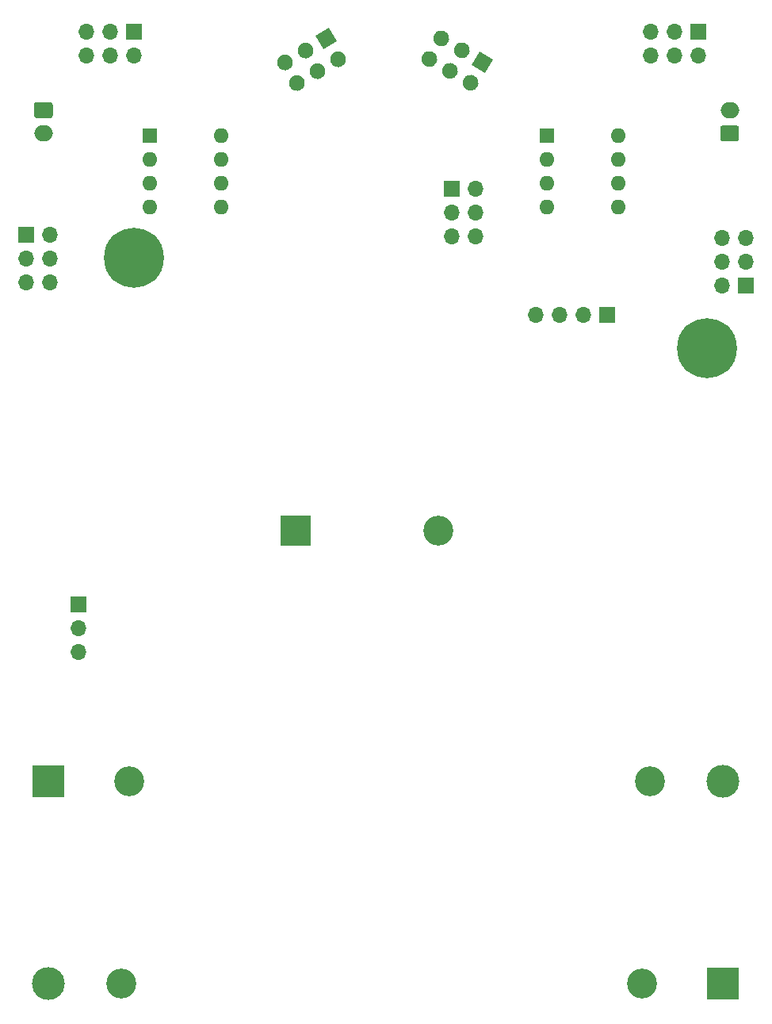
<source format=gbr>
%TF.GenerationSoftware,KiCad,Pcbnew,5.1.9*%
%TF.CreationDate,2021-04-12T10:05:19-03:00*%
%TF.ProjectId,Autito Microcontroladores,41757469-746f-4204-9d69-63726f636f6e,rev?*%
%TF.SameCoordinates,Original*%
%TF.FileFunction,Soldermask,Bot*%
%TF.FilePolarity,Negative*%
%FSLAX46Y46*%
G04 Gerber Fmt 4.6, Leading zero omitted, Abs format (unit mm)*
G04 Created by KiCad (PCBNEW 5.1.9) date 2021-04-12 10:05:19*
%MOMM*%
%LPD*%
G01*
G04 APERTURE LIST*
%ADD10R,3.200000X3.200000*%
%ADD11O,3.200000X3.200000*%
%ADD12O,2.000000X1.700000*%
%ADD13R,1.700000X1.700000*%
%ADD14O,1.700000X1.700000*%
%ADD15C,3.500000*%
%ADD16R,3.500000X3.500000*%
%ADD17C,3.200000*%
%ADD18R,1.600000X1.600000*%
%ADD19O,1.600000X1.600000*%
%ADD20C,6.400000*%
%ADD21C,0.800000*%
%ADD22C,0.100000*%
G04 APERTURE END LIST*
D10*
%TO.C,D4*%
X141147800Y-94990000D03*
D11*
X156387800Y-94990000D03*
%TD*%
%TO.C,J7*%
G36*
G01*
X113473800Y-49289600D02*
X114973800Y-49289600D01*
G75*
G02*
X115223800Y-49539600I0J-250000D01*
G01*
X115223800Y-50739600D01*
G75*
G02*
X114973800Y-50989600I-250000J0D01*
G01*
X113473800Y-50989600D01*
G75*
G02*
X113223800Y-50739600I0J250000D01*
G01*
X113223800Y-49539600D01*
G75*
G02*
X113473800Y-49289600I250000J0D01*
G01*
G37*
D12*
X114223800Y-52639600D03*
%TD*%
%TO.C,J8*%
X187528200Y-50139600D03*
G36*
G01*
X188278200Y-53489600D02*
X186778200Y-53489600D01*
G75*
G02*
X186528200Y-53239600I0J250000D01*
G01*
X186528200Y-52039600D01*
G75*
G02*
X186778200Y-51789600I250000J0D01*
G01*
X188278200Y-51789600D01*
G75*
G02*
X188528200Y-52039600I0J-250000D01*
G01*
X188528200Y-53239600D01*
G75*
G02*
X188278200Y-53489600I-250000J0D01*
G01*
G37*
%TD*%
D13*
%TO.C,J9*%
X117957600Y-102920800D03*
D14*
X117957600Y-105460800D03*
X117957600Y-108000800D03*
%TD*%
D13*
%TO.C,J11*%
X174447200Y-72019600D03*
D14*
X171907200Y-72019600D03*
X169367200Y-72019600D03*
X166827200Y-72019600D03*
%TD*%
D13*
%TO.C,J12*%
X157886400Y-58547000D03*
D14*
X160426400Y-58547000D03*
X157886400Y-61087000D03*
X160426400Y-61087000D03*
X157886400Y-63627000D03*
X160426400Y-63627000D03*
%TD*%
D15*
%TO.C,J13*%
X186782600Y-121818400D03*
D16*
X114782600Y-121818400D03*
D17*
X123427600Y-121818400D03*
X179037600Y-121818400D03*
%TD*%
%TO.C,J14*%
X122527600Y-143332200D03*
X178137600Y-143332200D03*
D16*
X186782600Y-143332200D03*
D15*
X114782600Y-143332200D03*
%TD*%
D18*
%TO.C,U1*%
X125628400Y-52882800D03*
D19*
X133248400Y-60502800D03*
X125628400Y-55422800D03*
X133248400Y-57962800D03*
X125628400Y-57962800D03*
X133248400Y-55422800D03*
X125628400Y-60502800D03*
X133248400Y-52882800D03*
%TD*%
%TO.C,U2*%
X175641000Y-52882800D03*
X168021000Y-60502800D03*
X175641000Y-55422800D03*
X168021000Y-57962800D03*
X175641000Y-57962800D03*
X168021000Y-55422800D03*
X175641000Y-60502800D03*
D18*
X168021000Y-52882800D03*
%TD*%
D20*
%TO.C,H1*%
X185115200Y-75509120D03*
D21*
X187515200Y-75509120D03*
X186812256Y-77206176D03*
X185115200Y-77909120D03*
X183418144Y-77206176D03*
X182715200Y-75509120D03*
X183418144Y-73812064D03*
X185115200Y-73109120D03*
X186812256Y-73812064D03*
%TD*%
%TO.C,H2*%
X125623656Y-64241344D03*
X123926600Y-63538400D03*
X122229544Y-64241344D03*
X121526600Y-65938400D03*
X122229544Y-67635456D03*
X123926600Y-68338400D03*
X125623656Y-67635456D03*
X126326600Y-65938400D03*
D20*
X123926600Y-65938400D03*
%TD*%
D14*
%TO.C,J1*%
X114945160Y-63484760D03*
D13*
X112405160Y-63484760D03*
D14*
X112405160Y-68564760D03*
X114945160Y-68564760D03*
X112405160Y-66024760D03*
X114945160Y-66024760D03*
%TD*%
%TO.C,J2*%
G36*
G01*
X160271187Y-46487830D02*
X160271187Y-46487830D01*
G75*
G02*
X160582309Y-47648952I-425000J-736122D01*
G01*
X160582309Y-47648952D01*
G75*
G02*
X159421187Y-47960074I-736122J425000D01*
G01*
X159421187Y-47960074D01*
G75*
G02*
X159110065Y-46798952I425000J736122D01*
G01*
X159110065Y-46798952D01*
G75*
G02*
X160271187Y-46487830I736122J-425000D01*
G01*
G37*
D22*
G36*
X160805065Y-43863126D02*
G01*
X162277309Y-44713126D01*
X161427309Y-46185370D01*
X159955065Y-45335370D01*
X160805065Y-43863126D01*
G37*
G36*
G01*
X157141778Y-41748126D02*
X157141778Y-41748126D01*
G75*
G02*
X157452900Y-42909248I-425000J-736122D01*
G01*
X157452900Y-42909248D01*
G75*
G02*
X156291778Y-43220370I-736122J425000D01*
G01*
X156291778Y-43220370D01*
G75*
G02*
X155980656Y-42059248I425000J736122D01*
G01*
X155980656Y-42059248D01*
G75*
G02*
X157141778Y-41748126I736122J-425000D01*
G01*
G37*
G36*
G01*
X155871778Y-43947830D02*
X155871778Y-43947830D01*
G75*
G02*
X156182900Y-45108952I-425000J-736122D01*
G01*
X156182900Y-45108952D01*
G75*
G02*
X155021778Y-45420074I-736122J425000D01*
G01*
X155021778Y-45420074D01*
G75*
G02*
X154710656Y-44258952I425000J736122D01*
G01*
X154710656Y-44258952D01*
G75*
G02*
X155871778Y-43947830I736122J-425000D01*
G01*
G37*
G36*
G01*
X159341483Y-43018126D02*
X159341483Y-43018126D01*
G75*
G02*
X159652605Y-44179248I-425000J-736122D01*
G01*
X159652605Y-44179248D01*
G75*
G02*
X158491483Y-44490370I-736122J425000D01*
G01*
X158491483Y-44490370D01*
G75*
G02*
X158180361Y-43329248I425000J736122D01*
G01*
X158180361Y-43329248D01*
G75*
G02*
X159341483Y-43018126I736122J-425000D01*
G01*
G37*
G36*
G01*
X158071483Y-45217830D02*
X158071483Y-45217830D01*
G75*
G02*
X158382605Y-46378952I-425000J-736122D01*
G01*
X158382605Y-46378952D01*
G75*
G02*
X157221483Y-46690074I-736122J425000D01*
G01*
X157221483Y-46690074D01*
G75*
G02*
X156910361Y-45528952I425000J736122D01*
G01*
X156910361Y-45528952D01*
G75*
G02*
X158071483Y-45217830I736122J-425000D01*
G01*
G37*
%TD*%
D14*
%TO.C,J3*%
X121335800Y-44348400D03*
X121335800Y-41808400D03*
X118795800Y-44348400D03*
X118795800Y-41808400D03*
D13*
X123875800Y-41808400D03*
D14*
X123875800Y-44348400D03*
%TD*%
%TO.C,J4*%
X184150000Y-44348400D03*
D13*
X184150000Y-41808400D03*
D14*
X179070000Y-41808400D03*
X179070000Y-44348400D03*
X181610000Y-41808400D03*
X181610000Y-44348400D03*
%TD*%
%TO.C,J5*%
G36*
G01*
X145273387Y-43962830D02*
X145273387Y-43962830D01*
G75*
G02*
X146434509Y-44273952I425000J-736122D01*
G01*
X146434509Y-44273952D01*
G75*
G02*
X146123387Y-45435074I-736122J-425000D01*
G01*
X146123387Y-45435074D01*
G75*
G02*
X144962265Y-45123952I-425000J736122D01*
G01*
X144962265Y-45123952D01*
G75*
G02*
X145273387Y-43962830I736122J425000D01*
G01*
G37*
D22*
G36*
X143267265Y-42188126D02*
G01*
X144739509Y-41338126D01*
X145589509Y-42810370D01*
X144117265Y-43660370D01*
X143267265Y-42188126D01*
G37*
G36*
G01*
X139603978Y-44303126D02*
X139603978Y-44303126D01*
G75*
G02*
X140765100Y-44614248I425000J-736122D01*
G01*
X140765100Y-44614248D01*
G75*
G02*
X140453978Y-45775370I-736122J-425000D01*
G01*
X140453978Y-45775370D01*
G75*
G02*
X139292856Y-45464248I-425000J736122D01*
G01*
X139292856Y-45464248D01*
G75*
G02*
X139603978Y-44303126I736122J425000D01*
G01*
G37*
G36*
G01*
X140873978Y-46502830D02*
X140873978Y-46502830D01*
G75*
G02*
X142035100Y-46813952I425000J-736122D01*
G01*
X142035100Y-46813952D01*
G75*
G02*
X141723978Y-47975074I-736122J-425000D01*
G01*
X141723978Y-47975074D01*
G75*
G02*
X140562856Y-47663952I-425000J736122D01*
G01*
X140562856Y-47663952D01*
G75*
G02*
X140873978Y-46502830I736122J425000D01*
G01*
G37*
G36*
G01*
X141803683Y-43033126D02*
X141803683Y-43033126D01*
G75*
G02*
X142964805Y-43344248I425000J-736122D01*
G01*
X142964805Y-43344248D01*
G75*
G02*
X142653683Y-44505370I-736122J-425000D01*
G01*
X142653683Y-44505370D01*
G75*
G02*
X141492561Y-44194248I-425000J736122D01*
G01*
X141492561Y-44194248D01*
G75*
G02*
X141803683Y-43033126I736122J425000D01*
G01*
G37*
G36*
G01*
X143073683Y-45232830D02*
X143073683Y-45232830D01*
G75*
G02*
X144234805Y-45543952I425000J-736122D01*
G01*
X144234805Y-45543952D01*
G75*
G02*
X143923683Y-46705074I-736122J-425000D01*
G01*
X143923683Y-46705074D01*
G75*
G02*
X142762561Y-46393952I-425000J736122D01*
G01*
X142762561Y-46393952D01*
G75*
G02*
X143073683Y-45232830I736122J425000D01*
G01*
G37*
%TD*%
D14*
%TO.C,J6*%
X186725560Y-68894759D03*
D13*
X189265560Y-68894759D03*
D14*
X189265560Y-63814759D03*
X186725560Y-63814759D03*
X189265560Y-66354759D03*
X186725560Y-66354759D03*
%TD*%
M02*

</source>
